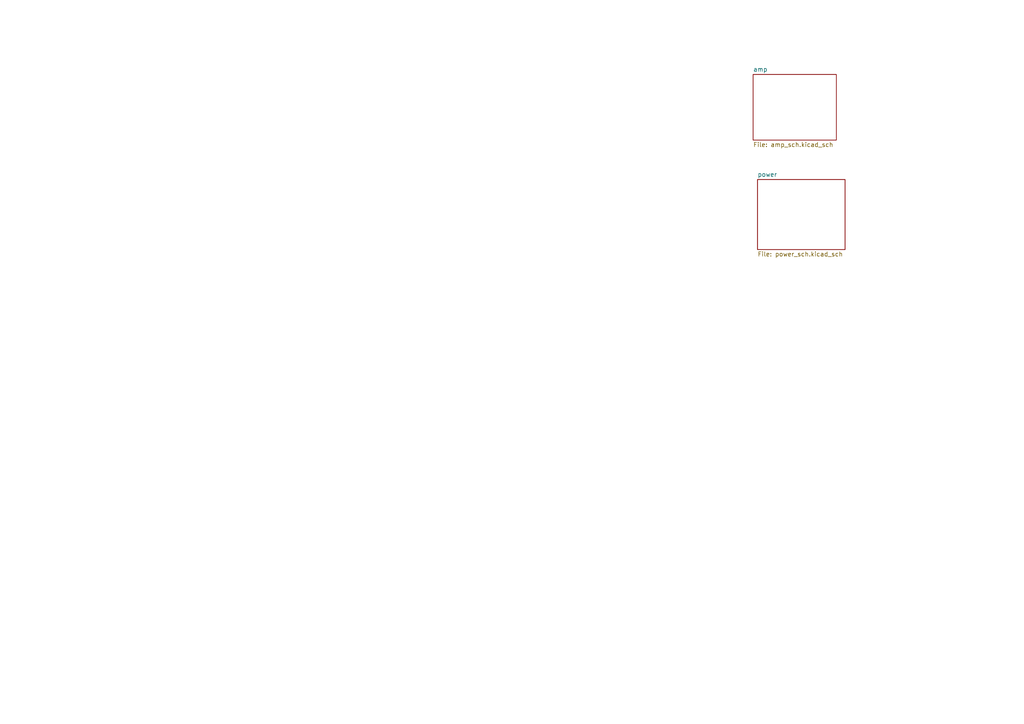
<source format=kicad_sch>
(kicad_sch
	(version 20231120)
	(generator "eeschema")
	(generator_version "8.0")
	(uuid "ccbf6820-b23d-4899-9fd7-0393f504f111")
	(paper "A4")
	(lib_symbols)
	(sheet
		(at 218.44 21.59)
		(size 24.13 19.05)
		(fields_autoplaced yes)
		(stroke
			(width 0.1524)
			(type solid)
		)
		(fill
			(color 0 0 0 0.0000)
		)
		(uuid "431b3444-0736-4c4c-bc05-7d8cd620c407")
		(property "Sheetname" "amp"
			(at 218.44 20.8784 0)
			(effects
				(font
					(size 1.27 1.27)
				)
				(justify left bottom)
			)
		)
		(property "Sheetfile" "amp_sch.kicad_sch"
			(at 218.44 41.2246 0)
			(effects
				(font
					(size 1.27 1.27)
				)
				(justify left top)
			)
		)
		(instances
			(project "alm"
				(path "/ccbf6820-b23d-4899-9fd7-0393f504f111"
					(page "2")
				)
			)
		)
	)
	(sheet
		(at 219.71 52.07)
		(size 25.4 20.32)
		(fields_autoplaced yes)
		(stroke
			(width 0.1524)
			(type solid)
		)
		(fill
			(color 0 0 0 0.0000)
		)
		(uuid "e3480f38-7eb2-48c2-9f37-89cbb9799bb9")
		(property "Sheetname" "power"
			(at 219.71 51.3584 0)
			(effects
				(font
					(size 1.27 1.27)
				)
				(justify left bottom)
			)
		)
		(property "Sheetfile" "power_sch.kicad_sch"
			(at 219.71 72.9746 0)
			(effects
				(font
					(size 1.27 1.27)
				)
				(justify left top)
			)
		)
		(instances
			(project "alm"
				(path "/ccbf6820-b23d-4899-9fd7-0393f504f111"
					(page "3")
				)
			)
		)
	)
	(sheet_instances
		(path "/"
			(page "1")
		)
	)
)
</source>
